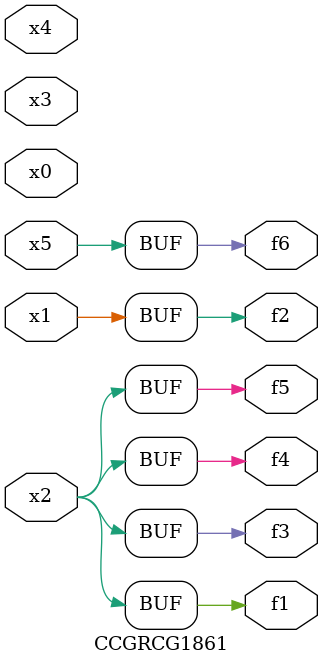
<source format=v>
module CCGRCG1861(
	input x0, x1, x2, x3, x4, x5,
	output f1, f2, f3, f4, f5, f6
);
	assign f1 = x2;
	assign f2 = x1;
	assign f3 = x2;
	assign f4 = x2;
	assign f5 = x2;
	assign f6 = x5;
endmodule

</source>
